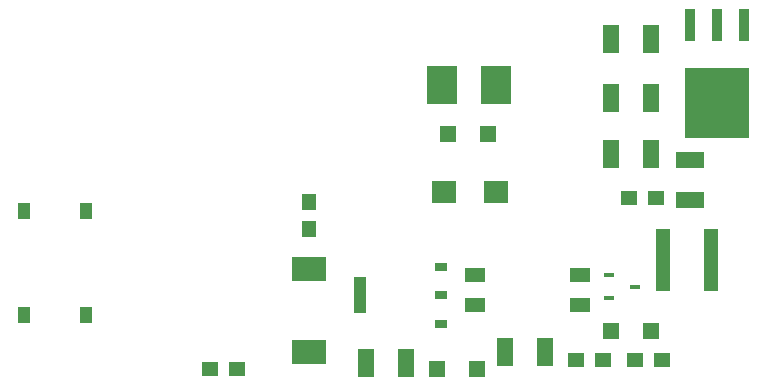
<source format=gbr>
%FSLAX35Y35*%
%MOIN*%
G04 EasyPC Gerber Version 18.0.9 Build 3640 *
%ADD160R,0.03534X0.01762*%
%ADD150R,0.04124X0.03140*%
%ADD155R,0.03337X0.10620*%
%ADD159R,0.04124X0.05384*%
%ADD151R,0.04124X0.12195*%
%ADD120R,0.04900X0.05400*%
%ADD152R,0.05030X0.21054*%
%ADD157R,0.05700X0.09600*%
%ADD161R,0.06683X0.04715*%
%ADD118R,0.05400X0.04900*%
%ADD158R,0.09600X0.05700*%
%ADD153R,0.08258X0.07746*%
%ADD154R,0.10424X0.12983*%
%ADD156R,0.21250X0.23416*%
%ADD162R,0.11802X0.08061*%
%ADD119R,0.05700X0.05700*%
X0Y0D02*
D02*
D118*
X109923Y10093D03*
X118923D03*
X231970Y13045D03*
X240970D03*
X249687Y67179D03*
X251656Y13045D03*
X258687Y67179D03*
X260656Y13045D03*
D02*
D119*
X185479Y10093D03*
X189318Y88341D03*
X198879Y10093D03*
X202718Y88341D03*
X243550Y22888D03*
X256950D03*
D02*
D120*
X142967Y56774D03*
Y65774D03*
D02*
D150*
X186864Y25250D03*
Y34699D03*
Y44148D03*
D02*
D151*
X160093Y34699D03*
D02*
D152*
X260998Y46510D03*
X276904D03*
D02*
D153*
X187907Y69148D03*
X205112D03*
D02*
D154*
X187258Y104974D03*
X205368D03*
D02*
D155*
X269793Y124856D03*
X278793D03*
X287793D03*
D02*
D156*
X278793Y98675D03*
D02*
D157*
X161857Y12061D03*
X175257D03*
X208117Y15998D03*
X221517D03*
X243550Y81943D03*
Y100644D03*
Y120329D03*
X256950Y81943D03*
Y100644D03*
Y120329D03*
D02*
D158*
X269935Y66385D03*
Y79785D03*
D02*
D159*
X48085Y28321D03*
Y62730D03*
X68557Y28321D03*
Y62730D03*
D02*
D160*
X242967Y33911D03*
Y41392D03*
X251628Y37652D03*
D02*
D161*
X198183Y31667D03*
Y41667D03*
X233419Y31667D03*
Y41667D03*
D02*
D162*
X142967Y15998D03*
Y43557D03*
X0Y0D02*
M02*

</source>
